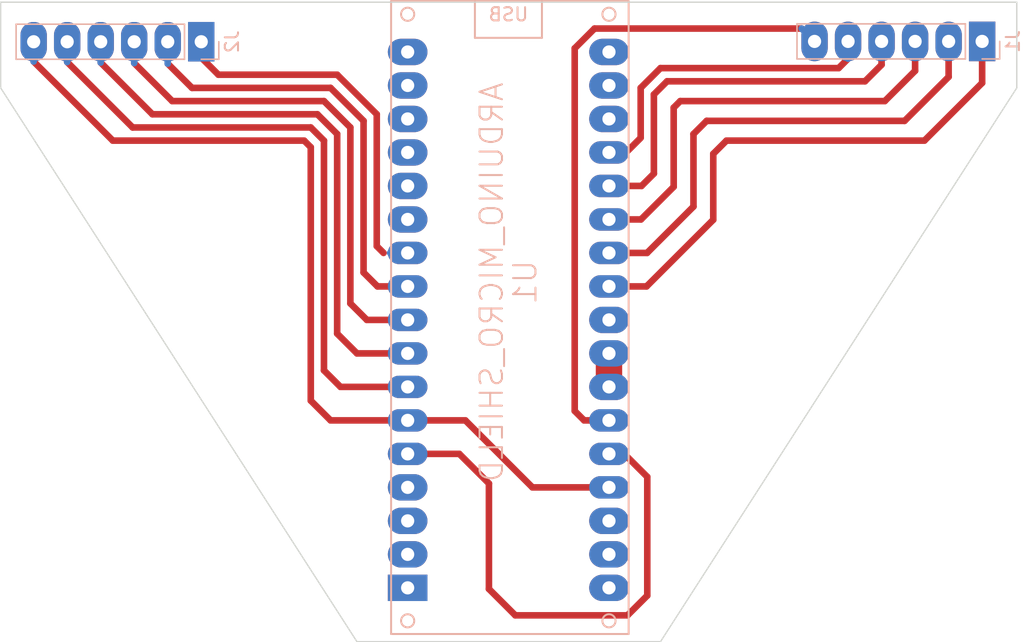
<source format=kicad_pcb>
(kicad_pcb (version 20211014) (generator pcbnew)
  (layers (0 "F.Cu" signal) (31 "B.Cu" signal) (34 "B.Paste" user) (35 "F.Paste" user) (36 "B.SilkS" user "B.Silkscreen") (37 "F.SilkS" user "F.Silkscreen") (38 "B.Mask" user) (39 "F.Mask" user) (44 "Edge.Cuts" user))
  (net 0 "")
  (net 1 "Net-(J2-Pad5)")
  (net 2 "Net-(J2-Pad4)")
  (net 4 "Net-(J2-Pad3)")
  (net 5 "Net-(J2-Pad2)")
  (net 6 "Net-(J1-Pad6)")
  (net 7 "Net-(J2-Pad1)")
  (net 15 "Net-(J1-Pad5)")
  (net 16 "Net-(J1-Pad4)")
  (net 17 "Net-(J1-Pad3)")
  (net 18 "Net-(J1-Pad2)")
  (net 19 "Net-(J1-Pad1)")
  (net 22 "Net-(U1-PadGND)")
  (net 25 "unconnected-(U1-PadNC)")
  (net 26 "unconnected-(U1-PadRST)")
  (footprint "Connector_PinHeader_2.54mm:PinHeader_1x06_P2.54mm_Vertical" (layer "B.Cu") (at 123.2 76.5 90)
    (fp_text reference "J2" (at 0 2.33 90) (layer "B.SilkS") (effects (justify mirror)))
    (fp_text value "Conn_01x06")
    (fp_line (start 1.33 -1.27) (end 1.33 -14.03) (layer "B.SilkS") (width 0.12))
    (fp_line (start -1.33 -1.27) (end -1.33 -14.03) (layer "B.SilkS") (width 0.12))
    (fp_line (start -1.33 1.33) (end 0 1.33) (layer "B.SilkS") (width 0.12))
    (fp_line (start -1.33 -1.27) (end 1.33 -1.27) (layer "B.SilkS") (width 0.12))
    (fp_line (start -1.33 -14.03) (end 1.33 -14.03) (layer "B.SilkS") (width 0.12))
    (fp_line (start -1.33 0) (end -1.33 1.33) (layer "B.SilkS") (width 0.12))
    (pad "1" thru_hole rect (at 0 0 90) (size 3 2) (drill 1) (layers *.Cu *.Mask) (net 7 "Net-(J2-Pad1)"))
    (pad "2" thru_hole oval (at 0 -2.54 90) (size 3 2) (drill 1) (layers *.Cu *.Mask) (net 5 "Net-(J2-Pad2)"))
    (pad "3" thru_hole oval (at 0 -5.08 90) (size 3 2) (drill 1) (layers *.Cu *.Mask) (net 4 "Net-(J2-Pad3)"))
    (pad "4" thru_hole oval (at 0 -7.62 90) (size 3 2) (drill 1) (layers *.Cu *.Mask) (net 2 "Net-(J2-Pad4)"))
    (pad "5" thru_hole oval (at 0 -10.16 90) (size 3 2) (drill 1) (layers *.Cu *.Mask) (net 1 "Net-(J2-Pad5)"))
    (pad "6" thru_hole oval (at 0 -12.7 90) (size 3 2) (drill 1) (layers *.Cu *.Mask) (net 22 "Net-(U1-PadGND)"))
  )
  (footprint "Creadas:ARDUINO_MICRO_SHIELD" (layer "B.Cu") (at 137.5875 121.4155 90)
    (fp_text reference "U1" (at 26.67 10.16 90) (layer "B.SilkS") (effects (font (size 1.7 1.7)) (justify mirror)))
    (fp_text value "ARDUINO_MICRO_SHIELD" (at 26.67 7.62 90) (layer "B.SilkS") (effects (font (size 1.7 1.7)) (justify mirror)))
    (fp_text user "USB" (at 46.99 8.89) (layer "B.SilkS") (effects (justify mirror)))
    (fp_line (start 0 18) (end 48 18) (layer "B.SilkS") (width 0.15))
    (fp_line (start 45.212 11.43) (end 48.006 11.43) (layer "B.SilkS") (width 0.15))
    (fp_line (start 48 0) (end 0 0) (layer "B.SilkS") (width 0.15))
    (fp_line (start 0 0) (end 0 18) (layer "B.SilkS") (width 0.15))
    (fp_line (start 45.212 6.35) (end 45.212 11.43) (layer "B.SilkS") (width 0.15))
    (fp_line (start 48 18) (end 48 0) (layer "B.SilkS") (width 0.15))
    (fp_line (start 48.006 6.35) (end 45.212 6.35) (layer "B.SilkS") (width 0.15))
    (fp_circle (center 1 16.51) (end 1.5 16.51) (layer "B.SilkS") (width 0.15) (fill none))
    (fp_circle (center 1 1.254) (end 1.5 1.254) (layer "B.SilkS") (width 0.15) (fill none))
    (fp_circle (center 47 1.254) (end 47.5 1.254) (layer "B.SilkS") (width 0.15) (fill none))
    (fp_circle (center 47 16.51) (end 47.5 16.51) (layer "B.SilkS") (width 0.15) (fill none))
    (pad "2" thru_hole oval (at 44.14 1.254 90) (size 2 3) (drill 1) (layers *.Cu *.Mask))
    (pad "2" thru_hole oval (at 18.74 1.254 90) (size 1.7 3) (drill 1) (layers *.Cu *.Mask) (net 1 "Net-(J2-Pad5)"))
    (pad "3" thru_hole oval (at 21.28 1.254 90) (size 1.7 3) (drill 1) (layers *.Cu *.Mask) (net 2 "Net-(J2-Pad4)"))
    (pad "3.3V" thru_hole oval (at 41.6 16.51 90) (size 2 3) (drill 1) (layers *.Cu *.Mask))
    (pad "4" thru_hole oval (at 23.82 1.254 90) (size 1.7 3) (drill 1) (layers *.Cu *.Mask) (net 4 "Net-(J2-Pad3)"))
    (pad "5" thru_hole oval (at 26.36 1.254 90) (size 1.7 3) (drill 1) (layers *.Cu *.Mask) (net 5 "Net-(J2-Pad2)"))
    (pad "5V" thru_hole oval (at 16.2 16.51 90) (size 1.7 3) (drill 1) (layers *.Cu *.Mask) (net 6 "Net-(J1-Pad6)"))
    (pad "6" thru_hole oval (at 28.9 1.254 90) (size 1.7 3) (drill 1) (layers *.Cu *.Mask) (net 7 "Net-(J2-Pad1)"))
    (pad "7" thru_hole oval (at 31.44 1.254 90) (size 2 3) (drill 1) (layers *.Cu *.Mask))
    (pad "8" thru_hole oval (at 33.98 1.254 90) (size 2 3) (drill 1) (layers *.Cu *.Mask))
    (pad "9" thru_hole oval (at 36.52 1.254 90) (size 2 3) (drill 1) (layers *.Cu *.Mask))
    (pad "10" thru_hole oval (at 39.06 1.254 90) (size 2 3) (drill 1) (layers *.Cu *.Mask))
    (pad "11" thru_hole oval (at 41.6 1.254 90) (size 2 3) (drill 1) (layers *.Cu *.Mask))
    (pad "13" thru_hole oval (at 44.14 16.51 90) (size 2 3) (drill 1) (layers *.Cu *.Mask))
    (pad "A0" thru_hole oval (at 36.52 16.51 90) (size 1.7 3) (drill 1) (layers *.Cu *.Mask) (net 15 "Net-(J1-Pad5)"))
    (pad "A1" thru_hole oval (at 33.98 16.51 90) (size 1.7 3) (drill 1) (layers *.Cu *.Mask) (net 16 "Net-(J1-Pad4)"))
    (pad "A2" thru_hole oval (at 31.44 16.51 90) (size 1.7 3) (drill 1) (layers *.Cu *.Mask) (net 17 "Net-(J1-Pad3)"))
    (pad "A3" thru_hole oval (at 28.9 16.51 90) (size 1.7 3) (drill 1) (layers *.Cu *.Mask) (net 18 "Net-(J1-Pad2)"))
    (pad "A4" thru_hole oval (at 26.36 16.51 90) (size 1.7 3) (drill 1) (layers *.Cu *.Mask) (net 19 "Net-(J1-Pad1)"))
    (pad "A5" thru_hole oval (at 23.82 16.51 90) (size 2 3) (drill 1) (layers *.Cu *.Mask))
    (pad "AREF" thru_hole oval (at 39.06 16.51 90) (size 2 3) (drill 1) (layers *.Cu *.Mask))
    (pad "GND" thru_hole oval (at 11.12 16.51 90) (size 1.7 3) (drill 1) (layers *.Cu *.Mask) (net 22 "Net-(U1-PadGND)"))
    (pad "GND" thru_hole oval (at 16.2 1.254 90) (size 1.7 3) (drill 1) (layers *.Cu *.Mask) (net 22 "Net-(U1-PadGND)"))
    (pad "MI" thru_hole oval (at 6.04 16.51 90) (size 2 3) (drill 1) (layers *.Cu *.Mask))
    (pad "MO" thru_hole rect (at 3.5 1.254 90) (size 2 3) (drill 1) (layers *.Cu *.Mask))
    (pad "NC" thru_hole oval (at 21.28 16.51 90) (size 2 3) (drill 1) (layers *.Cu *.Mask) (net 25 "unconnected-(U1-PadNC)"))
    (pad "NC" thru_hole oval (at 18.74 16.51 90) (size 2 3) (drill 1) (layers *.Cu *.Mask) (net 25 "unconnected-(U1-PadNC)"))
    (pad "RST" thru_hole oval (at 13.66 1.254 90) (size 1.7 3) (drill 1) (layers *.Cu *.Mask) (net 26 "unconnected-(U1-PadRST)"))
    (pad "RST" thru_hole oval (at 13.66 16.51 90) (size 1.7 3) (drill 1) (layers *.Cu *.Mask) (net 26 "unconnected-(U1-PadRST)"))
    (pad "RX" thru_hole oval (at 11.12 1.254 90) (size 2 3) (drill 1) (layers *.Cu *.Mask))
    (pad "SCK" thru_hole oval (at 3.5 16.51 90) (size 2 3) (drill 1) (layers *.Cu *.Mask))
    (pad "SS" thru_hole oval (at 6.04 1.254 90) (size 2 3) (drill 1) (layers *.Cu *.Mask))
    (pad "TX" thru_hole oval (at 8.58 1.254 90) (size 2 3) (drill 1) (layers *.Cu *.Mask))
    (pad "VI" thru_hole oval (at 8.58 16.51 90) (size 2 3) (drill 1) (layers *.Cu *.Mask))
  )
  (footprint "Connector_PinHeader_2.54mm:PinHeader_1x06_P2.54mm_Vertical" (layer "B.Cu") (at 182.375 76.475 90)
    (fp_text reference "J1" (at 0 2.33 90) (layer "B.SilkS") (effects (justify mirror)))
    (fp_text value "Conn_01x06")
    (fp_line (start -1.33 -1.27) (end 1.33 -1.27) (layer "B.SilkS") (width 0.12))
    (fp_line (start -1.33 1.33) (end 0 1.33) (layer "B.SilkS") (width 0.12))
    (fp_line (start -1.33 -1.27) (end -1.33 -14.03) (layer "B.SilkS") (width 0.12))
    (fp_line (start -1.33 -14.03) (end 1.33 -14.03) (layer "B.SilkS") (width 0.12))
    (fp_line (start -1.33 0) (end -1.33 1.33) (layer "B.SilkS") (width 0.12))
    (fp_line (start 1.33 -1.27) (end 1.33 -14.03) (layer "B.SilkS") (width 0.12))
    (pad "1" thru_hole rect (at 0 0 90) (size 3 2) (drill 1) (layers *.Cu *.Mask) (net 19 "Net-(J1-Pad1)"))
    (pad "2" thru_hole oval (at 0 -2.54 90) (size 3 2) (drill 1) (layers *.Cu *.Mask) (net 18 "Net-(J1-Pad2)"))
    (pad "3" thru_hole oval (at 0 -5.08 90) (size 3 2) (drill 1) (layers *.Cu *.Mask) (net 17 "Net-(J1-Pad3)"))
    (pad "4" thru_hole oval (at 0 -7.62 90) (size 3 2) (drill 1) (layers *.Cu *.Mask) (net 16 "Net-(J1-Pad4)"))
    (pad "5" thru_hole oval (at 0 -10.16 90) (size 3 2) (drill 1) (layers *.Cu *.Mask) (net 15 "Net-(J1-Pad5)"))
    (pad "6" thru_hole oval (at 0 -12.7 90) (size 3 2) (drill 1) (layers *.Cu *.Mask) (net 6 "Net-(J1-Pad6)"))
  )
  (gr_line (start 108 73.5) (end 108 80) (layer "Edge.Cuts") (width 0.1))
  (gr_line (start 185 73.5) (end 185 80) (layer "Edge.Cuts") (width 0.1))
  (gr_line (start 135 122) (end 158 122) (layer "Edge.Cuts") (width 0.1))
  (gr_line (start 108 80) (end 135 122) (layer "Edge.Cuts") (width 0.1))
  (gr_line (start 185 80) (end 158 122) (layer "Edge.Cuts") (width 0.1))
  (gr_line (start 108 73.5) (end 185 73.5) (layer "Edge.Cuts") (width 0.1))
  (segment (start 113.04 78.04) (end 118 83) (width 0.5) (layer "F.Cu") (net 1))
  (segment (start 132.5 101.4255) (end 133.75 102.6755) (width 0.5) (layer "F.Cu") (net 1))
  (segment (start 118 83) (end 131.5 83) (width 0.5) (layer "F.Cu") (net 1))
  (segment (start 132.5 84) (end 132.5 101.4255) (width 0.5) (layer "F.Cu") (net 1))
  (segment (start 133.75 102.6755) (end 138.8415 102.6755) (width 0.5) (layer "F.Cu") (net 1))
  (segment (start 131.5 83) (end 132.5 84) (width 0.5) (layer "F.Cu") (net 1))
  (segment (start 113.04 76.5) (end 113.04 78.04) (width 0.5) (layer "B.Cu") (net 1))
  (segment (start 115.58 78.08) (end 119.5 82) (width 0.5) (layer "F.Cu") (net 2))
  (segment (start 132 82) (end 133.5 83.5) (width 0.5) (layer "F.Cu") (net 2))
  (segment (start 133.5 83.5) (end 133.5 98.6355) (width 0.5) (layer "F.Cu") (net 2))
  (segment (start 133.5 98.6355) (end 135 100.1355) (width 0.5) (layer "F.Cu") (net 2))
  (segment (start 135 100.1355) (end 138.8415 100.1355) (width 0.5) (layer "F.Cu") (net 2))
  (segment (start 119.5 82) (end 132 82) (width 0.5) (layer "F.Cu") (net 2))
  (segment (start 115.58 76.5) (end 115.58 78.08) (width 0.5) (layer "B.Cu") (net 2))
  (segment (start 121 81) (end 132.5 81) (width 0.5) (layer "F.Cu") (net 4))
  (segment (start 132.5 81) (end 134.5 83) (width 0.5) (layer "F.Cu") (net 4))
  (segment (start 134.5 96.3455) (end 135.75 97.5955) (width 0.5) (layer "F.Cu") (net 4))
  (segment (start 118.12 78.12) (end 121 81) (width 0.5) (layer "F.Cu") (net 4))
  (segment (start 135.75 97.5955) (end 138.8415 97.5955) (width 0.5) (layer "F.Cu") (net 4))
  (segment (start 134.5 83) (end 134.5 96.3455) (width 0.5) (layer "F.Cu") (net 4))
  (segment (start 118.12 76.5) (end 118.12 78.12) (width 0.5) (layer "B.Cu") (net 4))
  (segment (start 120.66 78.16) (end 122.5 80) (width 0.5) (layer "F.Cu") (net 5))
  (segment (start 122.5 80) (end 133 80) (width 0.5) (layer "F.Cu") (net 5))
  (segment (start 136.5555 95.0555) (end 138.8415 95.0555) (width 0.5) (layer "F.Cu") (net 5))
  (segment (start 133 80) (end 135.5 82.5) (width 0.5) (layer "F.Cu") (net 5))
  (segment (start 135.5 82.5) (end 135.5 94) (width 0.5) (layer "F.Cu") (net 5))
  (segment (start 135.5 94) (end 136.5555 95.0555) (width 0.5) (layer "F.Cu") (net 5))
  (segment (start 120.66 76.5) (end 120.66 78.16) (width 0.5) (layer "B.Cu") (net 5))
  (segment (start 154.0975 105.2155) (end 152.2155 105.2155) (width 0.5) (layer "F.Cu") (net 6))
  (segment (start 151.5 104.5) (end 152.2155 105.2155) (width 0.5) (layer "F.Cu") (net 6))
  (segment (start 153 75.5) (end 168.7 75.5) (width 0.5) (layer "F.Cu") (net 6))
  (segment (start 151.5 77) (end 151.5 104.5) (width 0.5) (layer "F.Cu") (net 6))
  (segment (start 153 75.5) (end 151.5 77) (width 0.5) (layer "F.Cu") (net 6))
  (segment (start 168.7 75.5) (end 169.675 76.475) (width 0.5) (layer "B.Cu") (net 6))
  (segment (start 124.5 79) (end 133.5 79) (width 0.5) (layer "F.Cu") (net 7))
  (segment (start 136.5 92) (end 137.0155 92.5155) (width 0.5) (layer "F.Cu") (net 7))
  (segment (start 133.5 79) (end 136.5 82) (width 0.5) (layer "F.Cu") (net 7))
  (segment (start 136.5 82) (end 136.5 92) (width 0.5) (layer "F.Cu") (net 7))
  (segment (start 123.2 77.7) (end 124.5 79) (width 0.5) (layer "F.Cu") (net 7))
  (segment (start 137.5155 92.5155) (end 138.8415 92.5155) (width 0.5) (layer "B.Cu") (net 7))
  (segment (start 123.2 76.5) (end 123.2 77.7) (width 0.5) (layer "B.Cu") (net 7))
  (segment (start 156.5 80) (end 156.5 83.75) (width 0.5) (layer "F.Cu") (net 15))
  (segment (start 172.215 77.785) (end 171.5 78.5) (width 0.5) (layer "F.Cu") (net 15))
  (segment (start 155.3955 84.8955) (end 156.5 83.791) (width 0.5) (layer "F.Cu") (net 15))
  (segment (start 158 78.5) (end 156.5 80) (width 0.5) (layer "F.Cu") (net 15))
  (segment (start 171.5 78.5) (end 158 78.5) (width 0.5) (layer "F.Cu") (net 15))
  (segment (start 172.215 76.475) (end 172.215 77.785) (width 0.5) (layer "B.Cu") (net 15))
  (segment (start 153.993 85) (end 154.0975 84.8955) (width 0.5) (layer "B.Cu") (net 15))
  (segment (start 155.3955 84.8955) (end 154.0975 84.8955) (width 0.5) (layer "B.Cu") (net 15))
  (segment (start 157.5 86.5) (end 156.5645 87.4355) (width 0.5) (layer "F.Cu") (net 16))
  (segment (start 158.5 79.5) (end 157.5 80.5) (width 0.5) (layer "F.Cu") (net 16))
  (segment (start 174.755 76.475) (end 174.755 78.245) (width 0.5) (layer "F.Cu") (net 16))
  (segment (start 174.755 78.245) (end 173.5 79.5) (width 0.5) (layer "F.Cu") (net 16))
  (segment (start 157.5 80.5) (end 157.5 86.5) (width 0.5) (layer "F.Cu") (net 16))
  (segment (start 156.5645 87.4355) (end 154.0975 87.4355) (width 0.5) (layer "F.Cu") (net 16))
  (segment (start 173.5 79.5) (end 158.5 79.5) (width 0.5) (layer "F.Cu") (net 16))
  (segment (start 156.5245 89.9755) (end 154.0975 89.9755) (width 0.5) (layer "F.Cu") (net 17))
  (segment (start 177.295 78.705) (end 175 81) (width 0.5) (layer "F.Cu") (net 17))
  (segment (start 177.295 76.475) (end 177.295 78.705) (width 0.5) (layer "F.Cu") (net 17))
  (segment (start 159 81.5) (end 159 87.5) (width 0.5) (layer "F.Cu") (net 17))
  (segment (start 159 87.5) (end 156.5245 89.9755) (width 0.5) (layer "F.Cu") (net 17))
  (segment (start 175 81) (end 159.5 81) (width 0.5) (layer "F.Cu") (net 17))
  (segment (start 159.5 81) (end 159 81.5) (width 0.5) (layer "F.Cu") (net 17))
  (segment (start 160.5 89) (end 156.9845 92.5155) (width 0.5) (layer "F.Cu") (net 18))
  (segment (start 176.5 82.5) (end 161.5 82.5) (width 0.5) (layer "F.Cu") (net 18))
  (segment (start 160.5 83.5) (end 160.5 89) (width 0.5) (layer "F.Cu") (net 18))
  (segment (start 179.835 79.165) (end 176.5 82.5) (width 0.5) (layer "F.Cu") (net 18))
  (segment (start 156.9845 92.5155) (end 154.0975 92.5155) (width 0.5) (layer "F.Cu") (net 18))
  (segment (start 161.5 82.5) (end 160.5 83.5) (width 0.5) (layer "F.Cu") (net 18))
  (segment (start 179.835 76.475) (end 179.835 79.165) (width 0.5) (layer "F.Cu") (net 18))
  (segment (start 156.9445 95.0555) (end 154.0975 95.0555) (width 0.5) (layer "F.Cu") (net 19))
  (segment (start 178 84) (end 163 84) (width 0.5) (layer "F.Cu") (net 19))
  (segment (start 182.375 76.475) (end 182.375 79.625) (width 0.5) (layer "F.Cu") (net 19))
  (segment (start 162 90) (end 156.9445 95.0555) (width 0.5) (layer "F.Cu") (net 19))
  (segment (start 162 85) (end 162 90) (width 0.5) (layer "F.Cu") (net 19))
  (segment (start 182.375 79.625) (end 178 84) (width 0.5) (layer "F.Cu") (net 19))
  (segment (start 163 84) (end 162 85) (width 0.5) (layer "F.Cu") (net 19))
  (segment (start 182.375 76.475) (end 182.375 75.875) (width 0.5) (layer "B.Cu") (net 19))
  (segment (start 131.5 103.7155) (end 133 105.2155) (width 0.5) (layer "F.Cu") (net 22))
  (segment (start 143.2155 105.2155) (end 148.2955 110.2955) (width 0.5) (layer "F.Cu") (net 22))
  (segment (start 133 105.2155) (end 138.8415 105.2155) (width 0.5) (layer "F.Cu") (net 22))
  (segment (start 110.5 78) (end 116.5 84) (width 0.5) (layer "F.Cu") (net 22))
  (segment (start 116.5 84) (end 131 84) (width 0.5) (layer "F.Cu") (net 22))
  (segment (start 148.2955 110.2955) (end 154.0975 110.2955) (width 0.5) (layer "F.Cu") (net 22))
  (segment (start 131 84) (end 131.5 84.5) (width 0.5) (layer "F.Cu") (net 22))
  (segment (start 138.8415 105.2155) (end 143.2155 105.2155) (width 0.5) (layer "F.Cu") (net 22))
  (segment (start 131.5 84.5) (end 131.5 103.7155) (width 0.5) (layer "F.Cu") (net 22))
  (segment (start 110.5 76.5) (end 110.5 78) (width 0.5) (layer "B.Cu") (net 22))
  (segment (start 154.0975 100.1355) (end 154.0975 102.6755) (width 2) (layer "F.Cu") (net 25))
  (segment (start 138.8415 107.7555) (end 142.7555 107.7555) (width 0.5) (layer "F.Cu") (net 26))
  (segment (start 147 120) (end 155.5 120) (width 0.5) (layer "F.Cu") (net 26))
  (segment (start 145 110) (end 145 118) (width 0.5) (layer "F.Cu") (net 26))
  (segment (start 145 118) (end 147 120) (width 0.5) (layer "F.Cu") (net 26))
  (segment (start 142.7555 107.7555) (end 145 110) (width 0.5) (layer "F.Cu") (net 26))
  (segment (start 157 109.5) (end 155.2555 107.7555) (width 0.5) (layer "F.Cu") (net 26))
  (segment (start 155.5 120) (end 157 118.5) (width 0.5) (layer "F.Cu") (net 26))
  (segment (start 157 118.5) (end 157 109.5) (width 0.5) (layer "F.Cu") (net 26))
  (segment (start 155.2555 107.7555) (end 154.0975 107.7555) (width 0.5) (layer "B.Cu") (net 26))
)
</source>
